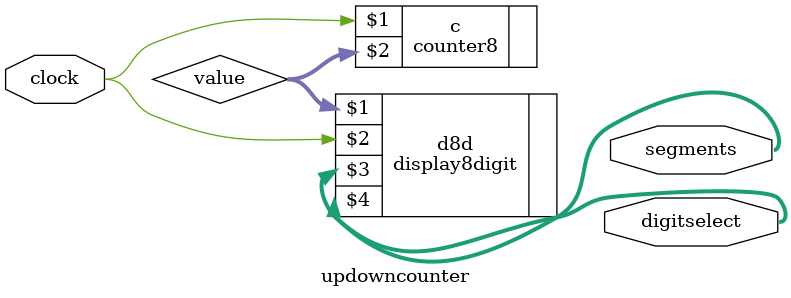
<source format=sv>
`timescale 1ns / 1ps
`default_nettype none


module updowncounter(
     input wire clock,
     output wire [7:0] digitselect,
     output wire [7:0] segments
     );
     
     wire [31:0] value;
     counter8 c(clock, value);
     display8digit d8d(value, clock, segments, digitselect);
    
endmodule

</source>
